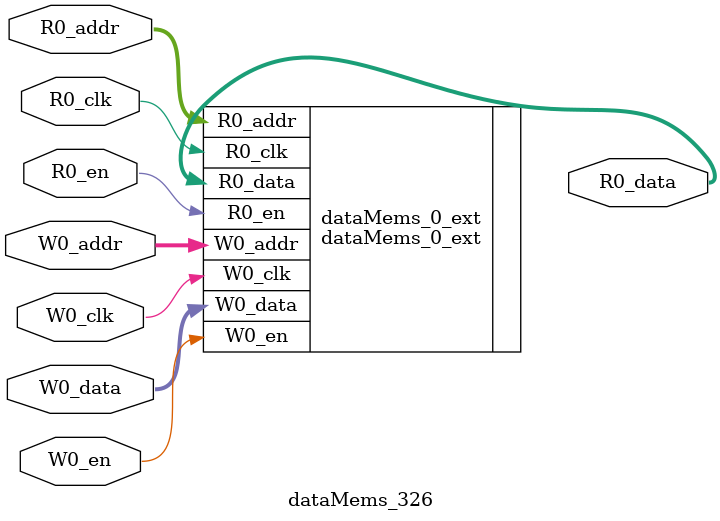
<source format=sv>
`ifndef RANDOMIZE
  `ifdef RANDOMIZE_REG_INIT
    `define RANDOMIZE
  `endif // RANDOMIZE_REG_INIT
`endif // not def RANDOMIZE
`ifndef RANDOMIZE
  `ifdef RANDOMIZE_MEM_INIT
    `define RANDOMIZE
  `endif // RANDOMIZE_MEM_INIT
`endif // not def RANDOMIZE

`ifndef RANDOM
  `define RANDOM $random
`endif // not def RANDOM

// Users can define 'PRINTF_COND' to add an extra gate to prints.
`ifndef PRINTF_COND_
  `ifdef PRINTF_COND
    `define PRINTF_COND_ (`PRINTF_COND)
  `else  // PRINTF_COND
    `define PRINTF_COND_ 1
  `endif // PRINTF_COND
`endif // not def PRINTF_COND_

// Users can define 'ASSERT_VERBOSE_COND' to add an extra gate to assert error printing.
`ifndef ASSERT_VERBOSE_COND_
  `ifdef ASSERT_VERBOSE_COND
    `define ASSERT_VERBOSE_COND_ (`ASSERT_VERBOSE_COND)
  `else  // ASSERT_VERBOSE_COND
    `define ASSERT_VERBOSE_COND_ 1
  `endif // ASSERT_VERBOSE_COND
`endif // not def ASSERT_VERBOSE_COND_

// Users can define 'STOP_COND' to add an extra gate to stop conditions.
`ifndef STOP_COND_
  `ifdef STOP_COND
    `define STOP_COND_ (`STOP_COND)
  `else  // STOP_COND
    `define STOP_COND_ 1
  `endif // STOP_COND
`endif // not def STOP_COND_

// Users can define INIT_RANDOM as general code that gets injected into the
// initializer block for modules with registers.
`ifndef INIT_RANDOM
  `define INIT_RANDOM
`endif // not def INIT_RANDOM

// If using random initialization, you can also define RANDOMIZE_DELAY to
// customize the delay used, otherwise 0.002 is used.
`ifndef RANDOMIZE_DELAY
  `define RANDOMIZE_DELAY 0.002
`endif // not def RANDOMIZE_DELAY

// Define INIT_RANDOM_PROLOG_ for use in our modules below.
`ifndef INIT_RANDOM_PROLOG_
  `ifdef RANDOMIZE
    `ifdef VERILATOR
      `define INIT_RANDOM_PROLOG_ `INIT_RANDOM
    `else  // VERILATOR
      `define INIT_RANDOM_PROLOG_ `INIT_RANDOM #`RANDOMIZE_DELAY begin end
    `endif // VERILATOR
  `else  // RANDOMIZE
    `define INIT_RANDOM_PROLOG_
  `endif // RANDOMIZE
`endif // not def INIT_RANDOM_PROLOG_

// Include register initializers in init blocks unless synthesis is set
`ifndef SYNTHESIS
  `ifndef ENABLE_INITIAL_REG_
    `define ENABLE_INITIAL_REG_
  `endif // not def ENABLE_INITIAL_REG_
`endif // not def SYNTHESIS

// Include rmemory initializers in init blocks unless synthesis is set
`ifndef SYNTHESIS
  `ifndef ENABLE_INITIAL_MEM_
    `define ENABLE_INITIAL_MEM_
  `endif // not def ENABLE_INITIAL_MEM_
`endif // not def SYNTHESIS

module dataMems_326(	// @[generators/ara/src/main/scala/UnsafeAXI4ToTL.scala:365:62]
  input  [4:0]  R0_addr,
  input         R0_en,
  input         R0_clk,
  output [66:0] R0_data,
  input  [4:0]  W0_addr,
  input         W0_en,
  input         W0_clk,
  input  [66:0] W0_data
);

  dataMems_0_ext dataMems_0_ext (	// @[generators/ara/src/main/scala/UnsafeAXI4ToTL.scala:365:62]
    .R0_addr (R0_addr),
    .R0_en   (R0_en),
    .R0_clk  (R0_clk),
    .R0_data (R0_data),
    .W0_addr (W0_addr),
    .W0_en   (W0_en),
    .W0_clk  (W0_clk),
    .W0_data (W0_data)
  );
endmodule


</source>
